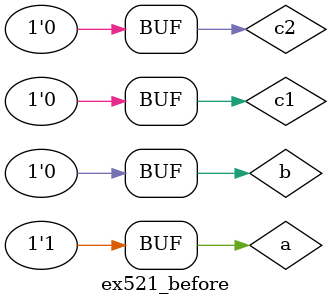
<source format=sv>
module ex521_before;

// See readme.sv

// Using Icarus, the following versions of
// the first always block result in "same":
//
// always @(*)
//  c1 = a & b;
//
// always @(a or b)
//  c1 = a & b;
//
// always @(posedge a or negedge a or
//          posedge a or negedge a)
//  c1 = a & b;
//
// always_comb
//  c1 = a & b;

logic a, b, c1;

wire c2;

assign c2 = a & b;

always @(*)
 c1 = a & b;

initial begin
 a = 1; b = 0; #0;

 if (c1 == c2)
  $display("same");
 else
  $display("different");
end

endmodule

</source>
